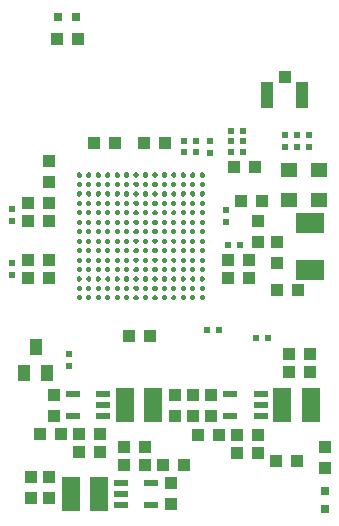
<source format=gbr>
G75*
G70*
%OFA0B0*%
%FSLAX24Y24*%
%IPPOS*%
%LPD*%
%AMOC8*
5,1,8,0,0,1.08239X$1,22.5*
%
%ADD10R,0.0240X0.0230*%
%ADD11R,0.0230X0.0240*%
%ADD12R,0.0400X0.0400*%
%ADD13R,0.0945X0.0709*%
%ADD14R,0.0394X0.0551*%
%ADD15R,0.0315X0.0315*%
%ADD16R,0.0472X0.0217*%
%ADD17R,0.0630X0.1181*%
%ADD18C,0.0126*%
%ADD19R,0.0433X0.0866*%
%ADD20R,0.0394X0.0433*%
%ADD21R,0.0551X0.0472*%
D10*
X013352Y015338D03*
X013752Y015338D03*
X015002Y015088D03*
X015402Y015088D03*
X014452Y018188D03*
X014052Y018188D03*
X014152Y021288D03*
X014152Y021638D03*
X014152Y021988D03*
X014552Y021988D03*
X014552Y021638D03*
X014552Y021288D03*
X013002Y021288D03*
X013002Y021638D03*
X012602Y021638D03*
X012602Y021288D03*
X016352Y021438D03*
X016752Y021438D03*
X016752Y021838D03*
X016352Y021838D03*
D11*
X015952Y021838D03*
X015952Y021438D03*
X014002Y019338D03*
X014002Y018938D03*
X013452Y021258D03*
X013452Y021658D03*
X008752Y014538D03*
X008752Y014138D03*
X006852Y017188D03*
X006852Y017588D03*
X006852Y018988D03*
X006852Y019388D03*
D12*
X007502Y009738D03*
X008102Y009738D03*
X008102Y010438D03*
X007502Y010438D03*
X007802Y011888D03*
X008502Y011888D03*
X008252Y012488D03*
X008252Y013188D03*
X009102Y011888D03*
X009102Y011288D03*
X009802Y011288D03*
X009802Y011888D03*
X010602Y011438D03*
X010602Y010838D03*
X011302Y010838D03*
X011302Y011438D03*
X011902Y010838D03*
X012152Y010238D03*
X012152Y009538D03*
X012602Y010838D03*
X013052Y011838D03*
X012902Y012488D03*
X013502Y012488D03*
X013752Y011838D03*
X014352Y011838D03*
X014352Y011238D03*
X015052Y011238D03*
X015052Y011838D03*
X015652Y010988D03*
X016352Y010988D03*
X017302Y010738D03*
X017302Y011438D03*
X016802Y013938D03*
X016802Y014538D03*
X016102Y014538D03*
X016102Y013938D03*
X016402Y016688D03*
X015702Y016688D03*
X015702Y017588D03*
X015702Y018288D03*
X015052Y018288D03*
X014752Y017688D03*
X014752Y017088D03*
X014052Y017088D03*
X014052Y017688D03*
X015052Y018988D03*
X015202Y019638D03*
X014502Y019638D03*
X014252Y020788D03*
X014952Y020788D03*
X011952Y021588D03*
X011252Y021588D03*
X010302Y021588D03*
X009602Y021588D03*
X008102Y020988D03*
X008102Y020288D03*
X008102Y019588D03*
X008102Y018988D03*
X007402Y018988D03*
X007402Y019588D03*
X007402Y017688D03*
X007402Y017088D03*
X008102Y017088D03*
X008102Y017688D03*
X010752Y015138D03*
X011452Y015138D03*
X012302Y013188D03*
X012302Y012488D03*
X012902Y013188D03*
X013502Y013188D03*
X009052Y025038D03*
X008352Y025038D03*
D13*
X016802Y018926D03*
X016802Y017351D03*
D14*
X008026Y013905D03*
X007652Y014771D03*
X007278Y013905D03*
D15*
X008402Y025788D03*
X009002Y025788D03*
X017302Y009988D03*
X017302Y009388D03*
D16*
X015164Y012464D03*
X015164Y012838D03*
X015164Y013212D03*
X014141Y013212D03*
X014141Y012464D03*
X011514Y010262D03*
X011514Y009514D03*
X010491Y009514D03*
X010491Y009888D03*
X010491Y010262D03*
X009914Y012464D03*
X009914Y012838D03*
X009914Y013212D03*
X008891Y013212D03*
X008891Y012464D03*
D17*
X010630Y012838D03*
X011575Y012838D03*
X009775Y009888D03*
X008830Y009888D03*
X015880Y012838D03*
X016825Y012838D03*
D18*
X013188Y016416D02*
X013190Y016425D01*
X013196Y016432D01*
X013204Y016435D01*
X013212Y016435D01*
X013220Y016432D01*
X013226Y016425D01*
X013228Y016416D01*
X013226Y016407D01*
X013220Y016400D01*
X013212Y016397D01*
X013204Y016397D01*
X013196Y016400D01*
X013190Y016407D01*
X013188Y016416D01*
X012873Y016416D02*
X012875Y016425D01*
X012881Y016432D01*
X012889Y016435D01*
X012897Y016435D01*
X012905Y016432D01*
X012911Y016425D01*
X012913Y016416D01*
X012911Y016407D01*
X012905Y016400D01*
X012897Y016397D01*
X012889Y016397D01*
X012881Y016400D01*
X012875Y016407D01*
X012873Y016416D01*
X012558Y016416D02*
X012560Y016425D01*
X012566Y016432D01*
X012574Y016435D01*
X012582Y016435D01*
X012590Y016432D01*
X012596Y016425D01*
X012598Y016416D01*
X012596Y016407D01*
X012590Y016400D01*
X012582Y016397D01*
X012574Y016397D01*
X012566Y016400D01*
X012560Y016407D01*
X012558Y016416D01*
X012243Y016416D02*
X012245Y016425D01*
X012251Y016432D01*
X012259Y016435D01*
X012267Y016435D01*
X012275Y016432D01*
X012281Y016425D01*
X012283Y016416D01*
X012281Y016407D01*
X012275Y016400D01*
X012267Y016397D01*
X012259Y016397D01*
X012251Y016400D01*
X012245Y016407D01*
X012243Y016416D01*
X011928Y016416D02*
X011930Y016425D01*
X011936Y016432D01*
X011944Y016435D01*
X011952Y016435D01*
X011960Y016432D01*
X011966Y016425D01*
X011968Y016416D01*
X011966Y016407D01*
X011960Y016400D01*
X011952Y016397D01*
X011944Y016397D01*
X011936Y016400D01*
X011930Y016407D01*
X011928Y016416D01*
X011928Y016731D02*
X011930Y016740D01*
X011936Y016747D01*
X011944Y016750D01*
X011952Y016750D01*
X011960Y016747D01*
X011966Y016740D01*
X011968Y016731D01*
X011966Y016722D01*
X011960Y016715D01*
X011952Y016712D01*
X011944Y016712D01*
X011936Y016715D01*
X011930Y016722D01*
X011928Y016731D01*
X011928Y017046D02*
X011930Y017055D01*
X011936Y017062D01*
X011944Y017065D01*
X011952Y017065D01*
X011960Y017062D01*
X011966Y017055D01*
X011968Y017046D01*
X011966Y017037D01*
X011960Y017030D01*
X011952Y017027D01*
X011944Y017027D01*
X011936Y017030D01*
X011930Y017037D01*
X011928Y017046D01*
X011928Y017361D02*
X011930Y017370D01*
X011936Y017377D01*
X011944Y017380D01*
X011952Y017380D01*
X011960Y017377D01*
X011966Y017370D01*
X011968Y017361D01*
X011966Y017352D01*
X011960Y017345D01*
X011952Y017342D01*
X011944Y017342D01*
X011936Y017345D01*
X011930Y017352D01*
X011928Y017361D01*
X011928Y017676D02*
X011930Y017685D01*
X011936Y017692D01*
X011944Y017695D01*
X011952Y017695D01*
X011960Y017692D01*
X011966Y017685D01*
X011968Y017676D01*
X011966Y017667D01*
X011960Y017660D01*
X011952Y017657D01*
X011944Y017657D01*
X011936Y017660D01*
X011930Y017667D01*
X011928Y017676D01*
X011928Y017991D02*
X011930Y018000D01*
X011936Y018007D01*
X011944Y018010D01*
X011952Y018010D01*
X011960Y018007D01*
X011966Y018000D01*
X011968Y017991D01*
X011966Y017982D01*
X011960Y017975D01*
X011952Y017972D01*
X011944Y017972D01*
X011936Y017975D01*
X011930Y017982D01*
X011928Y017991D01*
X011928Y018306D02*
X011930Y018315D01*
X011936Y018322D01*
X011944Y018325D01*
X011952Y018325D01*
X011960Y018322D01*
X011966Y018315D01*
X011968Y018306D01*
X011966Y018297D01*
X011960Y018290D01*
X011952Y018287D01*
X011944Y018287D01*
X011936Y018290D01*
X011930Y018297D01*
X011928Y018306D01*
X011928Y018621D02*
X011930Y018630D01*
X011936Y018637D01*
X011944Y018640D01*
X011952Y018640D01*
X011960Y018637D01*
X011966Y018630D01*
X011968Y018621D01*
X011966Y018612D01*
X011960Y018605D01*
X011952Y018602D01*
X011944Y018602D01*
X011936Y018605D01*
X011930Y018612D01*
X011928Y018621D01*
X011928Y018936D02*
X011930Y018945D01*
X011936Y018952D01*
X011944Y018955D01*
X011952Y018955D01*
X011960Y018952D01*
X011966Y018945D01*
X011968Y018936D01*
X011966Y018927D01*
X011960Y018920D01*
X011952Y018917D01*
X011944Y018917D01*
X011936Y018920D01*
X011930Y018927D01*
X011928Y018936D01*
X011928Y019251D02*
X011930Y019260D01*
X011936Y019267D01*
X011944Y019270D01*
X011952Y019270D01*
X011960Y019267D01*
X011966Y019260D01*
X011968Y019251D01*
X011966Y019242D01*
X011960Y019235D01*
X011952Y019232D01*
X011944Y019232D01*
X011936Y019235D01*
X011930Y019242D01*
X011928Y019251D01*
X011928Y019566D02*
X011930Y019575D01*
X011936Y019582D01*
X011944Y019585D01*
X011952Y019585D01*
X011960Y019582D01*
X011966Y019575D01*
X011968Y019566D01*
X011966Y019557D01*
X011960Y019550D01*
X011952Y019547D01*
X011944Y019547D01*
X011936Y019550D01*
X011930Y019557D01*
X011928Y019566D01*
X011928Y019881D02*
X011930Y019890D01*
X011936Y019897D01*
X011944Y019900D01*
X011952Y019900D01*
X011960Y019897D01*
X011966Y019890D01*
X011968Y019881D01*
X011966Y019872D01*
X011960Y019865D01*
X011952Y019862D01*
X011944Y019862D01*
X011936Y019865D01*
X011930Y019872D01*
X011928Y019881D01*
X011928Y020196D02*
X011930Y020205D01*
X011936Y020212D01*
X011944Y020215D01*
X011952Y020215D01*
X011960Y020212D01*
X011966Y020205D01*
X011968Y020196D01*
X011966Y020187D01*
X011960Y020180D01*
X011952Y020177D01*
X011944Y020177D01*
X011936Y020180D01*
X011930Y020187D01*
X011928Y020196D01*
X011928Y020511D02*
X011930Y020520D01*
X011936Y020527D01*
X011944Y020530D01*
X011952Y020530D01*
X011960Y020527D01*
X011966Y020520D01*
X011968Y020511D01*
X011966Y020502D01*
X011960Y020495D01*
X011952Y020492D01*
X011944Y020492D01*
X011936Y020495D01*
X011930Y020502D01*
X011928Y020511D01*
X012243Y020511D02*
X012245Y020520D01*
X012251Y020527D01*
X012259Y020530D01*
X012267Y020530D01*
X012275Y020527D01*
X012281Y020520D01*
X012283Y020511D01*
X012281Y020502D01*
X012275Y020495D01*
X012267Y020492D01*
X012259Y020492D01*
X012251Y020495D01*
X012245Y020502D01*
X012243Y020511D01*
X012243Y020196D02*
X012245Y020205D01*
X012251Y020212D01*
X012259Y020215D01*
X012267Y020215D01*
X012275Y020212D01*
X012281Y020205D01*
X012283Y020196D01*
X012281Y020187D01*
X012275Y020180D01*
X012267Y020177D01*
X012259Y020177D01*
X012251Y020180D01*
X012245Y020187D01*
X012243Y020196D01*
X012243Y019881D02*
X012245Y019890D01*
X012251Y019897D01*
X012259Y019900D01*
X012267Y019900D01*
X012275Y019897D01*
X012281Y019890D01*
X012283Y019881D01*
X012281Y019872D01*
X012275Y019865D01*
X012267Y019862D01*
X012259Y019862D01*
X012251Y019865D01*
X012245Y019872D01*
X012243Y019881D01*
X012243Y019566D02*
X012245Y019575D01*
X012251Y019582D01*
X012259Y019585D01*
X012267Y019585D01*
X012275Y019582D01*
X012281Y019575D01*
X012283Y019566D01*
X012281Y019557D01*
X012275Y019550D01*
X012267Y019547D01*
X012259Y019547D01*
X012251Y019550D01*
X012245Y019557D01*
X012243Y019566D01*
X012243Y019251D02*
X012245Y019260D01*
X012251Y019267D01*
X012259Y019270D01*
X012267Y019270D01*
X012275Y019267D01*
X012281Y019260D01*
X012283Y019251D01*
X012281Y019242D01*
X012275Y019235D01*
X012267Y019232D01*
X012259Y019232D01*
X012251Y019235D01*
X012245Y019242D01*
X012243Y019251D01*
X012243Y018936D02*
X012245Y018945D01*
X012251Y018952D01*
X012259Y018955D01*
X012267Y018955D01*
X012275Y018952D01*
X012281Y018945D01*
X012283Y018936D01*
X012281Y018927D01*
X012275Y018920D01*
X012267Y018917D01*
X012259Y018917D01*
X012251Y018920D01*
X012245Y018927D01*
X012243Y018936D01*
X012243Y018621D02*
X012245Y018630D01*
X012251Y018637D01*
X012259Y018640D01*
X012267Y018640D01*
X012275Y018637D01*
X012281Y018630D01*
X012283Y018621D01*
X012281Y018612D01*
X012275Y018605D01*
X012267Y018602D01*
X012259Y018602D01*
X012251Y018605D01*
X012245Y018612D01*
X012243Y018621D01*
X012243Y018306D02*
X012245Y018315D01*
X012251Y018322D01*
X012259Y018325D01*
X012267Y018325D01*
X012275Y018322D01*
X012281Y018315D01*
X012283Y018306D01*
X012281Y018297D01*
X012275Y018290D01*
X012267Y018287D01*
X012259Y018287D01*
X012251Y018290D01*
X012245Y018297D01*
X012243Y018306D01*
X012243Y017991D02*
X012245Y018000D01*
X012251Y018007D01*
X012259Y018010D01*
X012267Y018010D01*
X012275Y018007D01*
X012281Y018000D01*
X012283Y017991D01*
X012281Y017982D01*
X012275Y017975D01*
X012267Y017972D01*
X012259Y017972D01*
X012251Y017975D01*
X012245Y017982D01*
X012243Y017991D01*
X012243Y017676D02*
X012245Y017685D01*
X012251Y017692D01*
X012259Y017695D01*
X012267Y017695D01*
X012275Y017692D01*
X012281Y017685D01*
X012283Y017676D01*
X012281Y017667D01*
X012275Y017660D01*
X012267Y017657D01*
X012259Y017657D01*
X012251Y017660D01*
X012245Y017667D01*
X012243Y017676D01*
X012243Y017361D02*
X012245Y017370D01*
X012251Y017377D01*
X012259Y017380D01*
X012267Y017380D01*
X012275Y017377D01*
X012281Y017370D01*
X012283Y017361D01*
X012281Y017352D01*
X012275Y017345D01*
X012267Y017342D01*
X012259Y017342D01*
X012251Y017345D01*
X012245Y017352D01*
X012243Y017361D01*
X012243Y017046D02*
X012245Y017055D01*
X012251Y017062D01*
X012259Y017065D01*
X012267Y017065D01*
X012275Y017062D01*
X012281Y017055D01*
X012283Y017046D01*
X012281Y017037D01*
X012275Y017030D01*
X012267Y017027D01*
X012259Y017027D01*
X012251Y017030D01*
X012245Y017037D01*
X012243Y017046D01*
X012243Y016731D02*
X012245Y016740D01*
X012251Y016747D01*
X012259Y016750D01*
X012267Y016750D01*
X012275Y016747D01*
X012281Y016740D01*
X012283Y016731D01*
X012281Y016722D01*
X012275Y016715D01*
X012267Y016712D01*
X012259Y016712D01*
X012251Y016715D01*
X012245Y016722D01*
X012243Y016731D01*
X012558Y016731D02*
X012560Y016740D01*
X012566Y016747D01*
X012574Y016750D01*
X012582Y016750D01*
X012590Y016747D01*
X012596Y016740D01*
X012598Y016731D01*
X012596Y016722D01*
X012590Y016715D01*
X012582Y016712D01*
X012574Y016712D01*
X012566Y016715D01*
X012560Y016722D01*
X012558Y016731D01*
X012558Y017046D02*
X012560Y017055D01*
X012566Y017062D01*
X012574Y017065D01*
X012582Y017065D01*
X012590Y017062D01*
X012596Y017055D01*
X012598Y017046D01*
X012596Y017037D01*
X012590Y017030D01*
X012582Y017027D01*
X012574Y017027D01*
X012566Y017030D01*
X012560Y017037D01*
X012558Y017046D01*
X012558Y017361D02*
X012560Y017370D01*
X012566Y017377D01*
X012574Y017380D01*
X012582Y017380D01*
X012590Y017377D01*
X012596Y017370D01*
X012598Y017361D01*
X012596Y017352D01*
X012590Y017345D01*
X012582Y017342D01*
X012574Y017342D01*
X012566Y017345D01*
X012560Y017352D01*
X012558Y017361D01*
X012558Y017676D02*
X012560Y017685D01*
X012566Y017692D01*
X012574Y017695D01*
X012582Y017695D01*
X012590Y017692D01*
X012596Y017685D01*
X012598Y017676D01*
X012596Y017667D01*
X012590Y017660D01*
X012582Y017657D01*
X012574Y017657D01*
X012566Y017660D01*
X012560Y017667D01*
X012558Y017676D01*
X012558Y017991D02*
X012560Y018000D01*
X012566Y018007D01*
X012574Y018010D01*
X012582Y018010D01*
X012590Y018007D01*
X012596Y018000D01*
X012598Y017991D01*
X012596Y017982D01*
X012590Y017975D01*
X012582Y017972D01*
X012574Y017972D01*
X012566Y017975D01*
X012560Y017982D01*
X012558Y017991D01*
X012558Y018306D02*
X012560Y018315D01*
X012566Y018322D01*
X012574Y018325D01*
X012582Y018325D01*
X012590Y018322D01*
X012596Y018315D01*
X012598Y018306D01*
X012596Y018297D01*
X012590Y018290D01*
X012582Y018287D01*
X012574Y018287D01*
X012566Y018290D01*
X012560Y018297D01*
X012558Y018306D01*
X012558Y018621D02*
X012560Y018630D01*
X012566Y018637D01*
X012574Y018640D01*
X012582Y018640D01*
X012590Y018637D01*
X012596Y018630D01*
X012598Y018621D01*
X012596Y018612D01*
X012590Y018605D01*
X012582Y018602D01*
X012574Y018602D01*
X012566Y018605D01*
X012560Y018612D01*
X012558Y018621D01*
X012558Y018936D02*
X012560Y018945D01*
X012566Y018952D01*
X012574Y018955D01*
X012582Y018955D01*
X012590Y018952D01*
X012596Y018945D01*
X012598Y018936D01*
X012596Y018927D01*
X012590Y018920D01*
X012582Y018917D01*
X012574Y018917D01*
X012566Y018920D01*
X012560Y018927D01*
X012558Y018936D01*
X012558Y019251D02*
X012560Y019260D01*
X012566Y019267D01*
X012574Y019270D01*
X012582Y019270D01*
X012590Y019267D01*
X012596Y019260D01*
X012598Y019251D01*
X012596Y019242D01*
X012590Y019235D01*
X012582Y019232D01*
X012574Y019232D01*
X012566Y019235D01*
X012560Y019242D01*
X012558Y019251D01*
X012558Y019566D02*
X012560Y019575D01*
X012566Y019582D01*
X012574Y019585D01*
X012582Y019585D01*
X012590Y019582D01*
X012596Y019575D01*
X012598Y019566D01*
X012596Y019557D01*
X012590Y019550D01*
X012582Y019547D01*
X012574Y019547D01*
X012566Y019550D01*
X012560Y019557D01*
X012558Y019566D01*
X012558Y019881D02*
X012560Y019890D01*
X012566Y019897D01*
X012574Y019900D01*
X012582Y019900D01*
X012590Y019897D01*
X012596Y019890D01*
X012598Y019881D01*
X012596Y019872D01*
X012590Y019865D01*
X012582Y019862D01*
X012574Y019862D01*
X012566Y019865D01*
X012560Y019872D01*
X012558Y019881D01*
X012558Y020196D02*
X012560Y020205D01*
X012566Y020212D01*
X012574Y020215D01*
X012582Y020215D01*
X012590Y020212D01*
X012596Y020205D01*
X012598Y020196D01*
X012596Y020187D01*
X012590Y020180D01*
X012582Y020177D01*
X012574Y020177D01*
X012566Y020180D01*
X012560Y020187D01*
X012558Y020196D01*
X012558Y020511D02*
X012560Y020520D01*
X012566Y020527D01*
X012574Y020530D01*
X012582Y020530D01*
X012590Y020527D01*
X012596Y020520D01*
X012598Y020511D01*
X012596Y020502D01*
X012590Y020495D01*
X012582Y020492D01*
X012574Y020492D01*
X012566Y020495D01*
X012560Y020502D01*
X012558Y020511D01*
X012873Y020511D02*
X012875Y020520D01*
X012881Y020527D01*
X012889Y020530D01*
X012897Y020530D01*
X012905Y020527D01*
X012911Y020520D01*
X012913Y020511D01*
X012911Y020502D01*
X012905Y020495D01*
X012897Y020492D01*
X012889Y020492D01*
X012881Y020495D01*
X012875Y020502D01*
X012873Y020511D01*
X012873Y020196D02*
X012875Y020205D01*
X012881Y020212D01*
X012889Y020215D01*
X012897Y020215D01*
X012905Y020212D01*
X012911Y020205D01*
X012913Y020196D01*
X012911Y020187D01*
X012905Y020180D01*
X012897Y020177D01*
X012889Y020177D01*
X012881Y020180D01*
X012875Y020187D01*
X012873Y020196D01*
X012873Y019881D02*
X012875Y019890D01*
X012881Y019897D01*
X012889Y019900D01*
X012897Y019900D01*
X012905Y019897D01*
X012911Y019890D01*
X012913Y019881D01*
X012911Y019872D01*
X012905Y019865D01*
X012897Y019862D01*
X012889Y019862D01*
X012881Y019865D01*
X012875Y019872D01*
X012873Y019881D01*
X012873Y019566D02*
X012875Y019575D01*
X012881Y019582D01*
X012889Y019585D01*
X012897Y019585D01*
X012905Y019582D01*
X012911Y019575D01*
X012913Y019566D01*
X012911Y019557D01*
X012905Y019550D01*
X012897Y019547D01*
X012889Y019547D01*
X012881Y019550D01*
X012875Y019557D01*
X012873Y019566D01*
X012873Y019251D02*
X012875Y019260D01*
X012881Y019267D01*
X012889Y019270D01*
X012897Y019270D01*
X012905Y019267D01*
X012911Y019260D01*
X012913Y019251D01*
X012911Y019242D01*
X012905Y019235D01*
X012897Y019232D01*
X012889Y019232D01*
X012881Y019235D01*
X012875Y019242D01*
X012873Y019251D01*
X012873Y018936D02*
X012875Y018945D01*
X012881Y018952D01*
X012889Y018955D01*
X012897Y018955D01*
X012905Y018952D01*
X012911Y018945D01*
X012913Y018936D01*
X012911Y018927D01*
X012905Y018920D01*
X012897Y018917D01*
X012889Y018917D01*
X012881Y018920D01*
X012875Y018927D01*
X012873Y018936D01*
X012873Y018621D02*
X012875Y018630D01*
X012881Y018637D01*
X012889Y018640D01*
X012897Y018640D01*
X012905Y018637D01*
X012911Y018630D01*
X012913Y018621D01*
X012911Y018612D01*
X012905Y018605D01*
X012897Y018602D01*
X012889Y018602D01*
X012881Y018605D01*
X012875Y018612D01*
X012873Y018621D01*
X012873Y018306D02*
X012875Y018315D01*
X012881Y018322D01*
X012889Y018325D01*
X012897Y018325D01*
X012905Y018322D01*
X012911Y018315D01*
X012913Y018306D01*
X012911Y018297D01*
X012905Y018290D01*
X012897Y018287D01*
X012889Y018287D01*
X012881Y018290D01*
X012875Y018297D01*
X012873Y018306D01*
X012873Y017991D02*
X012875Y018000D01*
X012881Y018007D01*
X012889Y018010D01*
X012897Y018010D01*
X012905Y018007D01*
X012911Y018000D01*
X012913Y017991D01*
X012911Y017982D01*
X012905Y017975D01*
X012897Y017972D01*
X012889Y017972D01*
X012881Y017975D01*
X012875Y017982D01*
X012873Y017991D01*
X012873Y017676D02*
X012875Y017685D01*
X012881Y017692D01*
X012889Y017695D01*
X012897Y017695D01*
X012905Y017692D01*
X012911Y017685D01*
X012913Y017676D01*
X012911Y017667D01*
X012905Y017660D01*
X012897Y017657D01*
X012889Y017657D01*
X012881Y017660D01*
X012875Y017667D01*
X012873Y017676D01*
X012873Y017361D02*
X012875Y017370D01*
X012881Y017377D01*
X012889Y017380D01*
X012897Y017380D01*
X012905Y017377D01*
X012911Y017370D01*
X012913Y017361D01*
X012911Y017352D01*
X012905Y017345D01*
X012897Y017342D01*
X012889Y017342D01*
X012881Y017345D01*
X012875Y017352D01*
X012873Y017361D01*
X012873Y017046D02*
X012875Y017055D01*
X012881Y017062D01*
X012889Y017065D01*
X012897Y017065D01*
X012905Y017062D01*
X012911Y017055D01*
X012913Y017046D01*
X012911Y017037D01*
X012905Y017030D01*
X012897Y017027D01*
X012889Y017027D01*
X012881Y017030D01*
X012875Y017037D01*
X012873Y017046D01*
X012873Y016731D02*
X012875Y016740D01*
X012881Y016747D01*
X012889Y016750D01*
X012897Y016750D01*
X012905Y016747D01*
X012911Y016740D01*
X012913Y016731D01*
X012911Y016722D01*
X012905Y016715D01*
X012897Y016712D01*
X012889Y016712D01*
X012881Y016715D01*
X012875Y016722D01*
X012873Y016731D01*
X013188Y016731D02*
X013190Y016740D01*
X013196Y016747D01*
X013204Y016750D01*
X013212Y016750D01*
X013220Y016747D01*
X013226Y016740D01*
X013228Y016731D01*
X013226Y016722D01*
X013220Y016715D01*
X013212Y016712D01*
X013204Y016712D01*
X013196Y016715D01*
X013190Y016722D01*
X013188Y016731D01*
X013188Y017046D02*
X013190Y017055D01*
X013196Y017062D01*
X013204Y017065D01*
X013212Y017065D01*
X013220Y017062D01*
X013226Y017055D01*
X013228Y017046D01*
X013226Y017037D01*
X013220Y017030D01*
X013212Y017027D01*
X013204Y017027D01*
X013196Y017030D01*
X013190Y017037D01*
X013188Y017046D01*
X013188Y017361D02*
X013190Y017370D01*
X013196Y017377D01*
X013204Y017380D01*
X013212Y017380D01*
X013220Y017377D01*
X013226Y017370D01*
X013228Y017361D01*
X013226Y017352D01*
X013220Y017345D01*
X013212Y017342D01*
X013204Y017342D01*
X013196Y017345D01*
X013190Y017352D01*
X013188Y017361D01*
X013188Y017676D02*
X013190Y017685D01*
X013196Y017692D01*
X013204Y017695D01*
X013212Y017695D01*
X013220Y017692D01*
X013226Y017685D01*
X013228Y017676D01*
X013226Y017667D01*
X013220Y017660D01*
X013212Y017657D01*
X013204Y017657D01*
X013196Y017660D01*
X013190Y017667D01*
X013188Y017676D01*
X013188Y017991D02*
X013190Y018000D01*
X013196Y018007D01*
X013204Y018010D01*
X013212Y018010D01*
X013220Y018007D01*
X013226Y018000D01*
X013228Y017991D01*
X013226Y017982D01*
X013220Y017975D01*
X013212Y017972D01*
X013204Y017972D01*
X013196Y017975D01*
X013190Y017982D01*
X013188Y017991D01*
X013188Y018306D02*
X013190Y018315D01*
X013196Y018322D01*
X013204Y018325D01*
X013212Y018325D01*
X013220Y018322D01*
X013226Y018315D01*
X013228Y018306D01*
X013226Y018297D01*
X013220Y018290D01*
X013212Y018287D01*
X013204Y018287D01*
X013196Y018290D01*
X013190Y018297D01*
X013188Y018306D01*
X013188Y018621D02*
X013190Y018630D01*
X013196Y018637D01*
X013204Y018640D01*
X013212Y018640D01*
X013220Y018637D01*
X013226Y018630D01*
X013228Y018621D01*
X013226Y018612D01*
X013220Y018605D01*
X013212Y018602D01*
X013204Y018602D01*
X013196Y018605D01*
X013190Y018612D01*
X013188Y018621D01*
X013188Y018936D02*
X013190Y018945D01*
X013196Y018952D01*
X013204Y018955D01*
X013212Y018955D01*
X013220Y018952D01*
X013226Y018945D01*
X013228Y018936D01*
X013226Y018927D01*
X013220Y018920D01*
X013212Y018917D01*
X013204Y018917D01*
X013196Y018920D01*
X013190Y018927D01*
X013188Y018936D01*
X013188Y019251D02*
X013190Y019260D01*
X013196Y019267D01*
X013204Y019270D01*
X013212Y019270D01*
X013220Y019267D01*
X013226Y019260D01*
X013228Y019251D01*
X013226Y019242D01*
X013220Y019235D01*
X013212Y019232D01*
X013204Y019232D01*
X013196Y019235D01*
X013190Y019242D01*
X013188Y019251D01*
X013188Y019566D02*
X013190Y019575D01*
X013196Y019582D01*
X013204Y019585D01*
X013212Y019585D01*
X013220Y019582D01*
X013226Y019575D01*
X013228Y019566D01*
X013226Y019557D01*
X013220Y019550D01*
X013212Y019547D01*
X013204Y019547D01*
X013196Y019550D01*
X013190Y019557D01*
X013188Y019566D01*
X013188Y019881D02*
X013190Y019890D01*
X013196Y019897D01*
X013204Y019900D01*
X013212Y019900D01*
X013220Y019897D01*
X013226Y019890D01*
X013228Y019881D01*
X013226Y019872D01*
X013220Y019865D01*
X013212Y019862D01*
X013204Y019862D01*
X013196Y019865D01*
X013190Y019872D01*
X013188Y019881D01*
X013188Y020196D02*
X013190Y020205D01*
X013196Y020212D01*
X013204Y020215D01*
X013212Y020215D01*
X013220Y020212D01*
X013226Y020205D01*
X013228Y020196D01*
X013226Y020187D01*
X013220Y020180D01*
X013212Y020177D01*
X013204Y020177D01*
X013196Y020180D01*
X013190Y020187D01*
X013188Y020196D01*
X013188Y020511D02*
X013190Y020520D01*
X013196Y020527D01*
X013204Y020530D01*
X013212Y020530D01*
X013220Y020527D01*
X013226Y020520D01*
X013228Y020511D01*
X013226Y020502D01*
X013220Y020495D01*
X013212Y020492D01*
X013204Y020492D01*
X013196Y020495D01*
X013190Y020502D01*
X013188Y020511D01*
X011613Y020511D02*
X011615Y020520D01*
X011621Y020527D01*
X011629Y020530D01*
X011637Y020530D01*
X011645Y020527D01*
X011651Y020520D01*
X011653Y020511D01*
X011651Y020502D01*
X011645Y020495D01*
X011637Y020492D01*
X011629Y020492D01*
X011621Y020495D01*
X011615Y020502D01*
X011613Y020511D01*
X011298Y020511D02*
X011300Y020520D01*
X011306Y020527D01*
X011314Y020530D01*
X011322Y020530D01*
X011330Y020527D01*
X011336Y020520D01*
X011338Y020511D01*
X011336Y020502D01*
X011330Y020495D01*
X011322Y020492D01*
X011314Y020492D01*
X011306Y020495D01*
X011300Y020502D01*
X011298Y020511D01*
X010983Y020511D02*
X010985Y020520D01*
X010991Y020527D01*
X010999Y020530D01*
X011007Y020530D01*
X011015Y020527D01*
X011021Y020520D01*
X011023Y020511D01*
X011021Y020502D01*
X011015Y020495D01*
X011007Y020492D01*
X010999Y020492D01*
X010991Y020495D01*
X010985Y020502D01*
X010983Y020511D01*
X010983Y020196D02*
X010985Y020205D01*
X010991Y020212D01*
X010999Y020215D01*
X011007Y020215D01*
X011015Y020212D01*
X011021Y020205D01*
X011023Y020196D01*
X011021Y020187D01*
X011015Y020180D01*
X011007Y020177D01*
X010999Y020177D01*
X010991Y020180D01*
X010985Y020187D01*
X010983Y020196D01*
X010983Y019881D02*
X010985Y019890D01*
X010991Y019897D01*
X010999Y019900D01*
X011007Y019900D01*
X011015Y019897D01*
X011021Y019890D01*
X011023Y019881D01*
X011021Y019872D01*
X011015Y019865D01*
X011007Y019862D01*
X010999Y019862D01*
X010991Y019865D01*
X010985Y019872D01*
X010983Y019881D01*
X010983Y019566D02*
X010985Y019575D01*
X010991Y019582D01*
X010999Y019585D01*
X011007Y019585D01*
X011015Y019582D01*
X011021Y019575D01*
X011023Y019566D01*
X011021Y019557D01*
X011015Y019550D01*
X011007Y019547D01*
X010999Y019547D01*
X010991Y019550D01*
X010985Y019557D01*
X010983Y019566D01*
X010983Y019251D02*
X010985Y019260D01*
X010991Y019267D01*
X010999Y019270D01*
X011007Y019270D01*
X011015Y019267D01*
X011021Y019260D01*
X011023Y019251D01*
X011021Y019242D01*
X011015Y019235D01*
X011007Y019232D01*
X010999Y019232D01*
X010991Y019235D01*
X010985Y019242D01*
X010983Y019251D01*
X010983Y018936D02*
X010985Y018945D01*
X010991Y018952D01*
X010999Y018955D01*
X011007Y018955D01*
X011015Y018952D01*
X011021Y018945D01*
X011023Y018936D01*
X011021Y018927D01*
X011015Y018920D01*
X011007Y018917D01*
X010999Y018917D01*
X010991Y018920D01*
X010985Y018927D01*
X010983Y018936D01*
X010983Y018621D02*
X010985Y018630D01*
X010991Y018637D01*
X010999Y018640D01*
X011007Y018640D01*
X011015Y018637D01*
X011021Y018630D01*
X011023Y018621D01*
X011021Y018612D01*
X011015Y018605D01*
X011007Y018602D01*
X010999Y018602D01*
X010991Y018605D01*
X010985Y018612D01*
X010983Y018621D01*
X010983Y018306D02*
X010985Y018315D01*
X010991Y018322D01*
X010999Y018325D01*
X011007Y018325D01*
X011015Y018322D01*
X011021Y018315D01*
X011023Y018306D01*
X011021Y018297D01*
X011015Y018290D01*
X011007Y018287D01*
X010999Y018287D01*
X010991Y018290D01*
X010985Y018297D01*
X010983Y018306D01*
X010983Y017991D02*
X010985Y018000D01*
X010991Y018007D01*
X010999Y018010D01*
X011007Y018010D01*
X011015Y018007D01*
X011021Y018000D01*
X011023Y017991D01*
X011021Y017982D01*
X011015Y017975D01*
X011007Y017972D01*
X010999Y017972D01*
X010991Y017975D01*
X010985Y017982D01*
X010983Y017991D01*
X010983Y017676D02*
X010985Y017685D01*
X010991Y017692D01*
X010999Y017695D01*
X011007Y017695D01*
X011015Y017692D01*
X011021Y017685D01*
X011023Y017676D01*
X011021Y017667D01*
X011015Y017660D01*
X011007Y017657D01*
X010999Y017657D01*
X010991Y017660D01*
X010985Y017667D01*
X010983Y017676D01*
X010983Y017361D02*
X010985Y017370D01*
X010991Y017377D01*
X010999Y017380D01*
X011007Y017380D01*
X011015Y017377D01*
X011021Y017370D01*
X011023Y017361D01*
X011021Y017352D01*
X011015Y017345D01*
X011007Y017342D01*
X010999Y017342D01*
X010991Y017345D01*
X010985Y017352D01*
X010983Y017361D01*
X010983Y017046D02*
X010985Y017055D01*
X010991Y017062D01*
X010999Y017065D01*
X011007Y017065D01*
X011015Y017062D01*
X011021Y017055D01*
X011023Y017046D01*
X011021Y017037D01*
X011015Y017030D01*
X011007Y017027D01*
X010999Y017027D01*
X010991Y017030D01*
X010985Y017037D01*
X010983Y017046D01*
X010983Y016731D02*
X010985Y016740D01*
X010991Y016747D01*
X010999Y016750D01*
X011007Y016750D01*
X011015Y016747D01*
X011021Y016740D01*
X011023Y016731D01*
X011021Y016722D01*
X011015Y016715D01*
X011007Y016712D01*
X010999Y016712D01*
X010991Y016715D01*
X010985Y016722D01*
X010983Y016731D01*
X010983Y016416D02*
X010985Y016425D01*
X010991Y016432D01*
X010999Y016435D01*
X011007Y016435D01*
X011015Y016432D01*
X011021Y016425D01*
X011023Y016416D01*
X011021Y016407D01*
X011015Y016400D01*
X011007Y016397D01*
X010999Y016397D01*
X010991Y016400D01*
X010985Y016407D01*
X010983Y016416D01*
X011298Y016416D02*
X011300Y016425D01*
X011306Y016432D01*
X011314Y016435D01*
X011322Y016435D01*
X011330Y016432D01*
X011336Y016425D01*
X011338Y016416D01*
X011336Y016407D01*
X011330Y016400D01*
X011322Y016397D01*
X011314Y016397D01*
X011306Y016400D01*
X011300Y016407D01*
X011298Y016416D01*
X011298Y016731D02*
X011300Y016740D01*
X011306Y016747D01*
X011314Y016750D01*
X011322Y016750D01*
X011330Y016747D01*
X011336Y016740D01*
X011338Y016731D01*
X011336Y016722D01*
X011330Y016715D01*
X011322Y016712D01*
X011314Y016712D01*
X011306Y016715D01*
X011300Y016722D01*
X011298Y016731D01*
X011298Y017046D02*
X011300Y017055D01*
X011306Y017062D01*
X011314Y017065D01*
X011322Y017065D01*
X011330Y017062D01*
X011336Y017055D01*
X011338Y017046D01*
X011336Y017037D01*
X011330Y017030D01*
X011322Y017027D01*
X011314Y017027D01*
X011306Y017030D01*
X011300Y017037D01*
X011298Y017046D01*
X011298Y017361D02*
X011300Y017370D01*
X011306Y017377D01*
X011314Y017380D01*
X011322Y017380D01*
X011330Y017377D01*
X011336Y017370D01*
X011338Y017361D01*
X011336Y017352D01*
X011330Y017345D01*
X011322Y017342D01*
X011314Y017342D01*
X011306Y017345D01*
X011300Y017352D01*
X011298Y017361D01*
X011298Y017676D02*
X011300Y017685D01*
X011306Y017692D01*
X011314Y017695D01*
X011322Y017695D01*
X011330Y017692D01*
X011336Y017685D01*
X011338Y017676D01*
X011336Y017667D01*
X011330Y017660D01*
X011322Y017657D01*
X011314Y017657D01*
X011306Y017660D01*
X011300Y017667D01*
X011298Y017676D01*
X011298Y017991D02*
X011300Y018000D01*
X011306Y018007D01*
X011314Y018010D01*
X011322Y018010D01*
X011330Y018007D01*
X011336Y018000D01*
X011338Y017991D01*
X011336Y017982D01*
X011330Y017975D01*
X011322Y017972D01*
X011314Y017972D01*
X011306Y017975D01*
X011300Y017982D01*
X011298Y017991D01*
X011298Y018306D02*
X011300Y018315D01*
X011306Y018322D01*
X011314Y018325D01*
X011322Y018325D01*
X011330Y018322D01*
X011336Y018315D01*
X011338Y018306D01*
X011336Y018297D01*
X011330Y018290D01*
X011322Y018287D01*
X011314Y018287D01*
X011306Y018290D01*
X011300Y018297D01*
X011298Y018306D01*
X011298Y018621D02*
X011300Y018630D01*
X011306Y018637D01*
X011314Y018640D01*
X011322Y018640D01*
X011330Y018637D01*
X011336Y018630D01*
X011338Y018621D01*
X011336Y018612D01*
X011330Y018605D01*
X011322Y018602D01*
X011314Y018602D01*
X011306Y018605D01*
X011300Y018612D01*
X011298Y018621D01*
X011298Y018936D02*
X011300Y018945D01*
X011306Y018952D01*
X011314Y018955D01*
X011322Y018955D01*
X011330Y018952D01*
X011336Y018945D01*
X011338Y018936D01*
X011336Y018927D01*
X011330Y018920D01*
X011322Y018917D01*
X011314Y018917D01*
X011306Y018920D01*
X011300Y018927D01*
X011298Y018936D01*
X011298Y019251D02*
X011300Y019260D01*
X011306Y019267D01*
X011314Y019270D01*
X011322Y019270D01*
X011330Y019267D01*
X011336Y019260D01*
X011338Y019251D01*
X011336Y019242D01*
X011330Y019235D01*
X011322Y019232D01*
X011314Y019232D01*
X011306Y019235D01*
X011300Y019242D01*
X011298Y019251D01*
X011298Y019566D02*
X011300Y019575D01*
X011306Y019582D01*
X011314Y019585D01*
X011322Y019585D01*
X011330Y019582D01*
X011336Y019575D01*
X011338Y019566D01*
X011336Y019557D01*
X011330Y019550D01*
X011322Y019547D01*
X011314Y019547D01*
X011306Y019550D01*
X011300Y019557D01*
X011298Y019566D01*
X011298Y019881D02*
X011300Y019890D01*
X011306Y019897D01*
X011314Y019900D01*
X011322Y019900D01*
X011330Y019897D01*
X011336Y019890D01*
X011338Y019881D01*
X011336Y019872D01*
X011330Y019865D01*
X011322Y019862D01*
X011314Y019862D01*
X011306Y019865D01*
X011300Y019872D01*
X011298Y019881D01*
X011298Y020196D02*
X011300Y020205D01*
X011306Y020212D01*
X011314Y020215D01*
X011322Y020215D01*
X011330Y020212D01*
X011336Y020205D01*
X011338Y020196D01*
X011336Y020187D01*
X011330Y020180D01*
X011322Y020177D01*
X011314Y020177D01*
X011306Y020180D01*
X011300Y020187D01*
X011298Y020196D01*
X011613Y020196D02*
X011615Y020205D01*
X011621Y020212D01*
X011629Y020215D01*
X011637Y020215D01*
X011645Y020212D01*
X011651Y020205D01*
X011653Y020196D01*
X011651Y020187D01*
X011645Y020180D01*
X011637Y020177D01*
X011629Y020177D01*
X011621Y020180D01*
X011615Y020187D01*
X011613Y020196D01*
X011613Y019881D02*
X011615Y019890D01*
X011621Y019897D01*
X011629Y019900D01*
X011637Y019900D01*
X011645Y019897D01*
X011651Y019890D01*
X011653Y019881D01*
X011651Y019872D01*
X011645Y019865D01*
X011637Y019862D01*
X011629Y019862D01*
X011621Y019865D01*
X011615Y019872D01*
X011613Y019881D01*
X011613Y019566D02*
X011615Y019575D01*
X011621Y019582D01*
X011629Y019585D01*
X011637Y019585D01*
X011645Y019582D01*
X011651Y019575D01*
X011653Y019566D01*
X011651Y019557D01*
X011645Y019550D01*
X011637Y019547D01*
X011629Y019547D01*
X011621Y019550D01*
X011615Y019557D01*
X011613Y019566D01*
X011613Y019251D02*
X011615Y019260D01*
X011621Y019267D01*
X011629Y019270D01*
X011637Y019270D01*
X011645Y019267D01*
X011651Y019260D01*
X011653Y019251D01*
X011651Y019242D01*
X011645Y019235D01*
X011637Y019232D01*
X011629Y019232D01*
X011621Y019235D01*
X011615Y019242D01*
X011613Y019251D01*
X011613Y018936D02*
X011615Y018945D01*
X011621Y018952D01*
X011629Y018955D01*
X011637Y018955D01*
X011645Y018952D01*
X011651Y018945D01*
X011653Y018936D01*
X011651Y018927D01*
X011645Y018920D01*
X011637Y018917D01*
X011629Y018917D01*
X011621Y018920D01*
X011615Y018927D01*
X011613Y018936D01*
X011613Y018621D02*
X011615Y018630D01*
X011621Y018637D01*
X011629Y018640D01*
X011637Y018640D01*
X011645Y018637D01*
X011651Y018630D01*
X011653Y018621D01*
X011651Y018612D01*
X011645Y018605D01*
X011637Y018602D01*
X011629Y018602D01*
X011621Y018605D01*
X011615Y018612D01*
X011613Y018621D01*
X011613Y018306D02*
X011615Y018315D01*
X011621Y018322D01*
X011629Y018325D01*
X011637Y018325D01*
X011645Y018322D01*
X011651Y018315D01*
X011653Y018306D01*
X011651Y018297D01*
X011645Y018290D01*
X011637Y018287D01*
X011629Y018287D01*
X011621Y018290D01*
X011615Y018297D01*
X011613Y018306D01*
X011613Y017991D02*
X011615Y018000D01*
X011621Y018007D01*
X011629Y018010D01*
X011637Y018010D01*
X011645Y018007D01*
X011651Y018000D01*
X011653Y017991D01*
X011651Y017982D01*
X011645Y017975D01*
X011637Y017972D01*
X011629Y017972D01*
X011621Y017975D01*
X011615Y017982D01*
X011613Y017991D01*
X011613Y017676D02*
X011615Y017685D01*
X011621Y017692D01*
X011629Y017695D01*
X011637Y017695D01*
X011645Y017692D01*
X011651Y017685D01*
X011653Y017676D01*
X011651Y017667D01*
X011645Y017660D01*
X011637Y017657D01*
X011629Y017657D01*
X011621Y017660D01*
X011615Y017667D01*
X011613Y017676D01*
X011613Y017361D02*
X011615Y017370D01*
X011621Y017377D01*
X011629Y017380D01*
X011637Y017380D01*
X011645Y017377D01*
X011651Y017370D01*
X011653Y017361D01*
X011651Y017352D01*
X011645Y017345D01*
X011637Y017342D01*
X011629Y017342D01*
X011621Y017345D01*
X011615Y017352D01*
X011613Y017361D01*
X011613Y017046D02*
X011615Y017055D01*
X011621Y017062D01*
X011629Y017065D01*
X011637Y017065D01*
X011645Y017062D01*
X011651Y017055D01*
X011653Y017046D01*
X011651Y017037D01*
X011645Y017030D01*
X011637Y017027D01*
X011629Y017027D01*
X011621Y017030D01*
X011615Y017037D01*
X011613Y017046D01*
X011613Y016731D02*
X011615Y016740D01*
X011621Y016747D01*
X011629Y016750D01*
X011637Y016750D01*
X011645Y016747D01*
X011651Y016740D01*
X011653Y016731D01*
X011651Y016722D01*
X011645Y016715D01*
X011637Y016712D01*
X011629Y016712D01*
X011621Y016715D01*
X011615Y016722D01*
X011613Y016731D01*
X011613Y016416D02*
X011615Y016425D01*
X011621Y016432D01*
X011629Y016435D01*
X011637Y016435D01*
X011645Y016432D01*
X011651Y016425D01*
X011653Y016416D01*
X011651Y016407D01*
X011645Y016400D01*
X011637Y016397D01*
X011629Y016397D01*
X011621Y016400D01*
X011615Y016407D01*
X011613Y016416D01*
X010668Y016416D02*
X010670Y016425D01*
X010676Y016432D01*
X010684Y016435D01*
X010692Y016435D01*
X010700Y016432D01*
X010706Y016425D01*
X010708Y016416D01*
X010706Y016407D01*
X010700Y016400D01*
X010692Y016397D01*
X010684Y016397D01*
X010676Y016400D01*
X010670Y016407D01*
X010668Y016416D01*
X010353Y016416D02*
X010355Y016425D01*
X010361Y016432D01*
X010369Y016435D01*
X010377Y016435D01*
X010385Y016432D01*
X010391Y016425D01*
X010393Y016416D01*
X010391Y016407D01*
X010385Y016400D01*
X010377Y016397D01*
X010369Y016397D01*
X010361Y016400D01*
X010355Y016407D01*
X010353Y016416D01*
X010038Y016416D02*
X010040Y016425D01*
X010046Y016432D01*
X010054Y016435D01*
X010062Y016435D01*
X010070Y016432D01*
X010076Y016425D01*
X010078Y016416D01*
X010076Y016407D01*
X010070Y016400D01*
X010062Y016397D01*
X010054Y016397D01*
X010046Y016400D01*
X010040Y016407D01*
X010038Y016416D01*
X009723Y016416D02*
X009725Y016425D01*
X009731Y016432D01*
X009739Y016435D01*
X009747Y016435D01*
X009755Y016432D01*
X009761Y016425D01*
X009763Y016416D01*
X009761Y016407D01*
X009755Y016400D01*
X009747Y016397D01*
X009739Y016397D01*
X009731Y016400D01*
X009725Y016407D01*
X009723Y016416D01*
X009723Y016731D02*
X009725Y016740D01*
X009731Y016747D01*
X009739Y016750D01*
X009747Y016750D01*
X009755Y016747D01*
X009761Y016740D01*
X009763Y016731D01*
X009761Y016722D01*
X009755Y016715D01*
X009747Y016712D01*
X009739Y016712D01*
X009731Y016715D01*
X009725Y016722D01*
X009723Y016731D01*
X009723Y017046D02*
X009725Y017055D01*
X009731Y017062D01*
X009739Y017065D01*
X009747Y017065D01*
X009755Y017062D01*
X009761Y017055D01*
X009763Y017046D01*
X009761Y017037D01*
X009755Y017030D01*
X009747Y017027D01*
X009739Y017027D01*
X009731Y017030D01*
X009725Y017037D01*
X009723Y017046D01*
X009723Y017361D02*
X009725Y017370D01*
X009731Y017377D01*
X009739Y017380D01*
X009747Y017380D01*
X009755Y017377D01*
X009761Y017370D01*
X009763Y017361D01*
X009761Y017352D01*
X009755Y017345D01*
X009747Y017342D01*
X009739Y017342D01*
X009731Y017345D01*
X009725Y017352D01*
X009723Y017361D01*
X009723Y017676D02*
X009725Y017685D01*
X009731Y017692D01*
X009739Y017695D01*
X009747Y017695D01*
X009755Y017692D01*
X009761Y017685D01*
X009763Y017676D01*
X009761Y017667D01*
X009755Y017660D01*
X009747Y017657D01*
X009739Y017657D01*
X009731Y017660D01*
X009725Y017667D01*
X009723Y017676D01*
X009723Y017991D02*
X009725Y018000D01*
X009731Y018007D01*
X009739Y018010D01*
X009747Y018010D01*
X009755Y018007D01*
X009761Y018000D01*
X009763Y017991D01*
X009761Y017982D01*
X009755Y017975D01*
X009747Y017972D01*
X009739Y017972D01*
X009731Y017975D01*
X009725Y017982D01*
X009723Y017991D01*
X009723Y018306D02*
X009725Y018315D01*
X009731Y018322D01*
X009739Y018325D01*
X009747Y018325D01*
X009755Y018322D01*
X009761Y018315D01*
X009763Y018306D01*
X009761Y018297D01*
X009755Y018290D01*
X009747Y018287D01*
X009739Y018287D01*
X009731Y018290D01*
X009725Y018297D01*
X009723Y018306D01*
X009723Y018621D02*
X009725Y018630D01*
X009731Y018637D01*
X009739Y018640D01*
X009747Y018640D01*
X009755Y018637D01*
X009761Y018630D01*
X009763Y018621D01*
X009761Y018612D01*
X009755Y018605D01*
X009747Y018602D01*
X009739Y018602D01*
X009731Y018605D01*
X009725Y018612D01*
X009723Y018621D01*
X009723Y018936D02*
X009725Y018945D01*
X009731Y018952D01*
X009739Y018955D01*
X009747Y018955D01*
X009755Y018952D01*
X009761Y018945D01*
X009763Y018936D01*
X009761Y018927D01*
X009755Y018920D01*
X009747Y018917D01*
X009739Y018917D01*
X009731Y018920D01*
X009725Y018927D01*
X009723Y018936D01*
X009723Y019251D02*
X009725Y019260D01*
X009731Y019267D01*
X009739Y019270D01*
X009747Y019270D01*
X009755Y019267D01*
X009761Y019260D01*
X009763Y019251D01*
X009761Y019242D01*
X009755Y019235D01*
X009747Y019232D01*
X009739Y019232D01*
X009731Y019235D01*
X009725Y019242D01*
X009723Y019251D01*
X009723Y019566D02*
X009725Y019575D01*
X009731Y019582D01*
X009739Y019585D01*
X009747Y019585D01*
X009755Y019582D01*
X009761Y019575D01*
X009763Y019566D01*
X009761Y019557D01*
X009755Y019550D01*
X009747Y019547D01*
X009739Y019547D01*
X009731Y019550D01*
X009725Y019557D01*
X009723Y019566D01*
X009723Y019881D02*
X009725Y019890D01*
X009731Y019897D01*
X009739Y019900D01*
X009747Y019900D01*
X009755Y019897D01*
X009761Y019890D01*
X009763Y019881D01*
X009761Y019872D01*
X009755Y019865D01*
X009747Y019862D01*
X009739Y019862D01*
X009731Y019865D01*
X009725Y019872D01*
X009723Y019881D01*
X009723Y020196D02*
X009725Y020205D01*
X009731Y020212D01*
X009739Y020215D01*
X009747Y020215D01*
X009755Y020212D01*
X009761Y020205D01*
X009763Y020196D01*
X009761Y020187D01*
X009755Y020180D01*
X009747Y020177D01*
X009739Y020177D01*
X009731Y020180D01*
X009725Y020187D01*
X009723Y020196D01*
X009723Y020511D02*
X009725Y020520D01*
X009731Y020527D01*
X009739Y020530D01*
X009747Y020530D01*
X009755Y020527D01*
X009761Y020520D01*
X009763Y020511D01*
X009761Y020502D01*
X009755Y020495D01*
X009747Y020492D01*
X009739Y020492D01*
X009731Y020495D01*
X009725Y020502D01*
X009723Y020511D01*
X010038Y020511D02*
X010040Y020520D01*
X010046Y020527D01*
X010054Y020530D01*
X010062Y020530D01*
X010070Y020527D01*
X010076Y020520D01*
X010078Y020511D01*
X010076Y020502D01*
X010070Y020495D01*
X010062Y020492D01*
X010054Y020492D01*
X010046Y020495D01*
X010040Y020502D01*
X010038Y020511D01*
X010038Y020196D02*
X010040Y020205D01*
X010046Y020212D01*
X010054Y020215D01*
X010062Y020215D01*
X010070Y020212D01*
X010076Y020205D01*
X010078Y020196D01*
X010076Y020187D01*
X010070Y020180D01*
X010062Y020177D01*
X010054Y020177D01*
X010046Y020180D01*
X010040Y020187D01*
X010038Y020196D01*
X010038Y019881D02*
X010040Y019890D01*
X010046Y019897D01*
X010054Y019900D01*
X010062Y019900D01*
X010070Y019897D01*
X010076Y019890D01*
X010078Y019881D01*
X010076Y019872D01*
X010070Y019865D01*
X010062Y019862D01*
X010054Y019862D01*
X010046Y019865D01*
X010040Y019872D01*
X010038Y019881D01*
X010038Y019566D02*
X010040Y019575D01*
X010046Y019582D01*
X010054Y019585D01*
X010062Y019585D01*
X010070Y019582D01*
X010076Y019575D01*
X010078Y019566D01*
X010076Y019557D01*
X010070Y019550D01*
X010062Y019547D01*
X010054Y019547D01*
X010046Y019550D01*
X010040Y019557D01*
X010038Y019566D01*
X010038Y019251D02*
X010040Y019260D01*
X010046Y019267D01*
X010054Y019270D01*
X010062Y019270D01*
X010070Y019267D01*
X010076Y019260D01*
X010078Y019251D01*
X010076Y019242D01*
X010070Y019235D01*
X010062Y019232D01*
X010054Y019232D01*
X010046Y019235D01*
X010040Y019242D01*
X010038Y019251D01*
X010038Y018936D02*
X010040Y018945D01*
X010046Y018952D01*
X010054Y018955D01*
X010062Y018955D01*
X010070Y018952D01*
X010076Y018945D01*
X010078Y018936D01*
X010076Y018927D01*
X010070Y018920D01*
X010062Y018917D01*
X010054Y018917D01*
X010046Y018920D01*
X010040Y018927D01*
X010038Y018936D01*
X010038Y018621D02*
X010040Y018630D01*
X010046Y018637D01*
X010054Y018640D01*
X010062Y018640D01*
X010070Y018637D01*
X010076Y018630D01*
X010078Y018621D01*
X010076Y018612D01*
X010070Y018605D01*
X010062Y018602D01*
X010054Y018602D01*
X010046Y018605D01*
X010040Y018612D01*
X010038Y018621D01*
X010038Y018306D02*
X010040Y018315D01*
X010046Y018322D01*
X010054Y018325D01*
X010062Y018325D01*
X010070Y018322D01*
X010076Y018315D01*
X010078Y018306D01*
X010076Y018297D01*
X010070Y018290D01*
X010062Y018287D01*
X010054Y018287D01*
X010046Y018290D01*
X010040Y018297D01*
X010038Y018306D01*
X010038Y017991D02*
X010040Y018000D01*
X010046Y018007D01*
X010054Y018010D01*
X010062Y018010D01*
X010070Y018007D01*
X010076Y018000D01*
X010078Y017991D01*
X010076Y017982D01*
X010070Y017975D01*
X010062Y017972D01*
X010054Y017972D01*
X010046Y017975D01*
X010040Y017982D01*
X010038Y017991D01*
X010038Y017676D02*
X010040Y017685D01*
X010046Y017692D01*
X010054Y017695D01*
X010062Y017695D01*
X010070Y017692D01*
X010076Y017685D01*
X010078Y017676D01*
X010076Y017667D01*
X010070Y017660D01*
X010062Y017657D01*
X010054Y017657D01*
X010046Y017660D01*
X010040Y017667D01*
X010038Y017676D01*
X010038Y017361D02*
X010040Y017370D01*
X010046Y017377D01*
X010054Y017380D01*
X010062Y017380D01*
X010070Y017377D01*
X010076Y017370D01*
X010078Y017361D01*
X010076Y017352D01*
X010070Y017345D01*
X010062Y017342D01*
X010054Y017342D01*
X010046Y017345D01*
X010040Y017352D01*
X010038Y017361D01*
X010038Y017046D02*
X010040Y017055D01*
X010046Y017062D01*
X010054Y017065D01*
X010062Y017065D01*
X010070Y017062D01*
X010076Y017055D01*
X010078Y017046D01*
X010076Y017037D01*
X010070Y017030D01*
X010062Y017027D01*
X010054Y017027D01*
X010046Y017030D01*
X010040Y017037D01*
X010038Y017046D01*
X010038Y016731D02*
X010040Y016740D01*
X010046Y016747D01*
X010054Y016750D01*
X010062Y016750D01*
X010070Y016747D01*
X010076Y016740D01*
X010078Y016731D01*
X010076Y016722D01*
X010070Y016715D01*
X010062Y016712D01*
X010054Y016712D01*
X010046Y016715D01*
X010040Y016722D01*
X010038Y016731D01*
X010353Y016731D02*
X010355Y016740D01*
X010361Y016747D01*
X010369Y016750D01*
X010377Y016750D01*
X010385Y016747D01*
X010391Y016740D01*
X010393Y016731D01*
X010391Y016722D01*
X010385Y016715D01*
X010377Y016712D01*
X010369Y016712D01*
X010361Y016715D01*
X010355Y016722D01*
X010353Y016731D01*
X010353Y017046D02*
X010355Y017055D01*
X010361Y017062D01*
X010369Y017065D01*
X010377Y017065D01*
X010385Y017062D01*
X010391Y017055D01*
X010393Y017046D01*
X010391Y017037D01*
X010385Y017030D01*
X010377Y017027D01*
X010369Y017027D01*
X010361Y017030D01*
X010355Y017037D01*
X010353Y017046D01*
X010353Y017361D02*
X010355Y017370D01*
X010361Y017377D01*
X010369Y017380D01*
X010377Y017380D01*
X010385Y017377D01*
X010391Y017370D01*
X010393Y017361D01*
X010391Y017352D01*
X010385Y017345D01*
X010377Y017342D01*
X010369Y017342D01*
X010361Y017345D01*
X010355Y017352D01*
X010353Y017361D01*
X010353Y017676D02*
X010355Y017685D01*
X010361Y017692D01*
X010369Y017695D01*
X010377Y017695D01*
X010385Y017692D01*
X010391Y017685D01*
X010393Y017676D01*
X010391Y017667D01*
X010385Y017660D01*
X010377Y017657D01*
X010369Y017657D01*
X010361Y017660D01*
X010355Y017667D01*
X010353Y017676D01*
X010353Y017991D02*
X010355Y018000D01*
X010361Y018007D01*
X010369Y018010D01*
X010377Y018010D01*
X010385Y018007D01*
X010391Y018000D01*
X010393Y017991D01*
X010391Y017982D01*
X010385Y017975D01*
X010377Y017972D01*
X010369Y017972D01*
X010361Y017975D01*
X010355Y017982D01*
X010353Y017991D01*
X010353Y018306D02*
X010355Y018315D01*
X010361Y018322D01*
X010369Y018325D01*
X010377Y018325D01*
X010385Y018322D01*
X010391Y018315D01*
X010393Y018306D01*
X010391Y018297D01*
X010385Y018290D01*
X010377Y018287D01*
X010369Y018287D01*
X010361Y018290D01*
X010355Y018297D01*
X010353Y018306D01*
X010353Y018621D02*
X010355Y018630D01*
X010361Y018637D01*
X010369Y018640D01*
X010377Y018640D01*
X010385Y018637D01*
X010391Y018630D01*
X010393Y018621D01*
X010391Y018612D01*
X010385Y018605D01*
X010377Y018602D01*
X010369Y018602D01*
X010361Y018605D01*
X010355Y018612D01*
X010353Y018621D01*
X010353Y018936D02*
X010355Y018945D01*
X010361Y018952D01*
X010369Y018955D01*
X010377Y018955D01*
X010385Y018952D01*
X010391Y018945D01*
X010393Y018936D01*
X010391Y018927D01*
X010385Y018920D01*
X010377Y018917D01*
X010369Y018917D01*
X010361Y018920D01*
X010355Y018927D01*
X010353Y018936D01*
X010353Y019251D02*
X010355Y019260D01*
X010361Y019267D01*
X010369Y019270D01*
X010377Y019270D01*
X010385Y019267D01*
X010391Y019260D01*
X010393Y019251D01*
X010391Y019242D01*
X010385Y019235D01*
X010377Y019232D01*
X010369Y019232D01*
X010361Y019235D01*
X010355Y019242D01*
X010353Y019251D01*
X010353Y019566D02*
X010355Y019575D01*
X010361Y019582D01*
X010369Y019585D01*
X010377Y019585D01*
X010385Y019582D01*
X010391Y019575D01*
X010393Y019566D01*
X010391Y019557D01*
X010385Y019550D01*
X010377Y019547D01*
X010369Y019547D01*
X010361Y019550D01*
X010355Y019557D01*
X010353Y019566D01*
X010353Y019881D02*
X010355Y019890D01*
X010361Y019897D01*
X010369Y019900D01*
X010377Y019900D01*
X010385Y019897D01*
X010391Y019890D01*
X010393Y019881D01*
X010391Y019872D01*
X010385Y019865D01*
X010377Y019862D01*
X010369Y019862D01*
X010361Y019865D01*
X010355Y019872D01*
X010353Y019881D01*
X010353Y020196D02*
X010355Y020205D01*
X010361Y020212D01*
X010369Y020215D01*
X010377Y020215D01*
X010385Y020212D01*
X010391Y020205D01*
X010393Y020196D01*
X010391Y020187D01*
X010385Y020180D01*
X010377Y020177D01*
X010369Y020177D01*
X010361Y020180D01*
X010355Y020187D01*
X010353Y020196D01*
X010353Y020511D02*
X010355Y020520D01*
X010361Y020527D01*
X010369Y020530D01*
X010377Y020530D01*
X010385Y020527D01*
X010391Y020520D01*
X010393Y020511D01*
X010391Y020502D01*
X010385Y020495D01*
X010377Y020492D01*
X010369Y020492D01*
X010361Y020495D01*
X010355Y020502D01*
X010353Y020511D01*
X010668Y020511D02*
X010670Y020520D01*
X010676Y020527D01*
X010684Y020530D01*
X010692Y020530D01*
X010700Y020527D01*
X010706Y020520D01*
X010708Y020511D01*
X010706Y020502D01*
X010700Y020495D01*
X010692Y020492D01*
X010684Y020492D01*
X010676Y020495D01*
X010670Y020502D01*
X010668Y020511D01*
X010668Y020196D02*
X010670Y020205D01*
X010676Y020212D01*
X010684Y020215D01*
X010692Y020215D01*
X010700Y020212D01*
X010706Y020205D01*
X010708Y020196D01*
X010706Y020187D01*
X010700Y020180D01*
X010692Y020177D01*
X010684Y020177D01*
X010676Y020180D01*
X010670Y020187D01*
X010668Y020196D01*
X010668Y019881D02*
X010670Y019890D01*
X010676Y019897D01*
X010684Y019900D01*
X010692Y019900D01*
X010700Y019897D01*
X010706Y019890D01*
X010708Y019881D01*
X010706Y019872D01*
X010700Y019865D01*
X010692Y019862D01*
X010684Y019862D01*
X010676Y019865D01*
X010670Y019872D01*
X010668Y019881D01*
X010668Y019566D02*
X010670Y019575D01*
X010676Y019582D01*
X010684Y019585D01*
X010692Y019585D01*
X010700Y019582D01*
X010706Y019575D01*
X010708Y019566D01*
X010706Y019557D01*
X010700Y019550D01*
X010692Y019547D01*
X010684Y019547D01*
X010676Y019550D01*
X010670Y019557D01*
X010668Y019566D01*
X010668Y019251D02*
X010670Y019260D01*
X010676Y019267D01*
X010684Y019270D01*
X010692Y019270D01*
X010700Y019267D01*
X010706Y019260D01*
X010708Y019251D01*
X010706Y019242D01*
X010700Y019235D01*
X010692Y019232D01*
X010684Y019232D01*
X010676Y019235D01*
X010670Y019242D01*
X010668Y019251D01*
X010668Y018936D02*
X010670Y018945D01*
X010676Y018952D01*
X010684Y018955D01*
X010692Y018955D01*
X010700Y018952D01*
X010706Y018945D01*
X010708Y018936D01*
X010706Y018927D01*
X010700Y018920D01*
X010692Y018917D01*
X010684Y018917D01*
X010676Y018920D01*
X010670Y018927D01*
X010668Y018936D01*
X010668Y018621D02*
X010670Y018630D01*
X010676Y018637D01*
X010684Y018640D01*
X010692Y018640D01*
X010700Y018637D01*
X010706Y018630D01*
X010708Y018621D01*
X010706Y018612D01*
X010700Y018605D01*
X010692Y018602D01*
X010684Y018602D01*
X010676Y018605D01*
X010670Y018612D01*
X010668Y018621D01*
X010668Y018306D02*
X010670Y018315D01*
X010676Y018322D01*
X010684Y018325D01*
X010692Y018325D01*
X010700Y018322D01*
X010706Y018315D01*
X010708Y018306D01*
X010706Y018297D01*
X010700Y018290D01*
X010692Y018287D01*
X010684Y018287D01*
X010676Y018290D01*
X010670Y018297D01*
X010668Y018306D01*
X010668Y017991D02*
X010670Y018000D01*
X010676Y018007D01*
X010684Y018010D01*
X010692Y018010D01*
X010700Y018007D01*
X010706Y018000D01*
X010708Y017991D01*
X010706Y017982D01*
X010700Y017975D01*
X010692Y017972D01*
X010684Y017972D01*
X010676Y017975D01*
X010670Y017982D01*
X010668Y017991D01*
X010668Y017676D02*
X010670Y017685D01*
X010676Y017692D01*
X010684Y017695D01*
X010692Y017695D01*
X010700Y017692D01*
X010706Y017685D01*
X010708Y017676D01*
X010706Y017667D01*
X010700Y017660D01*
X010692Y017657D01*
X010684Y017657D01*
X010676Y017660D01*
X010670Y017667D01*
X010668Y017676D01*
X010668Y017361D02*
X010670Y017370D01*
X010676Y017377D01*
X010684Y017380D01*
X010692Y017380D01*
X010700Y017377D01*
X010706Y017370D01*
X010708Y017361D01*
X010706Y017352D01*
X010700Y017345D01*
X010692Y017342D01*
X010684Y017342D01*
X010676Y017345D01*
X010670Y017352D01*
X010668Y017361D01*
X010668Y017046D02*
X010670Y017055D01*
X010676Y017062D01*
X010684Y017065D01*
X010692Y017065D01*
X010700Y017062D01*
X010706Y017055D01*
X010708Y017046D01*
X010706Y017037D01*
X010700Y017030D01*
X010692Y017027D01*
X010684Y017027D01*
X010676Y017030D01*
X010670Y017037D01*
X010668Y017046D01*
X010668Y016731D02*
X010670Y016740D01*
X010676Y016747D01*
X010684Y016750D01*
X010692Y016750D01*
X010700Y016747D01*
X010706Y016740D01*
X010708Y016731D01*
X010706Y016722D01*
X010700Y016715D01*
X010692Y016712D01*
X010684Y016712D01*
X010676Y016715D01*
X010670Y016722D01*
X010668Y016731D01*
X009408Y016731D02*
X009410Y016740D01*
X009416Y016747D01*
X009424Y016750D01*
X009432Y016750D01*
X009440Y016747D01*
X009446Y016740D01*
X009448Y016731D01*
X009446Y016722D01*
X009440Y016715D01*
X009432Y016712D01*
X009424Y016712D01*
X009416Y016715D01*
X009410Y016722D01*
X009408Y016731D01*
X009093Y016731D02*
X009095Y016740D01*
X009101Y016747D01*
X009109Y016750D01*
X009117Y016750D01*
X009125Y016747D01*
X009131Y016740D01*
X009133Y016731D01*
X009131Y016722D01*
X009125Y016715D01*
X009117Y016712D01*
X009109Y016712D01*
X009101Y016715D01*
X009095Y016722D01*
X009093Y016731D01*
X009093Y016416D02*
X009095Y016425D01*
X009101Y016432D01*
X009109Y016435D01*
X009117Y016435D01*
X009125Y016432D01*
X009131Y016425D01*
X009133Y016416D01*
X009131Y016407D01*
X009125Y016400D01*
X009117Y016397D01*
X009109Y016397D01*
X009101Y016400D01*
X009095Y016407D01*
X009093Y016416D01*
X009408Y016416D02*
X009410Y016425D01*
X009416Y016432D01*
X009424Y016435D01*
X009432Y016435D01*
X009440Y016432D01*
X009446Y016425D01*
X009448Y016416D01*
X009446Y016407D01*
X009440Y016400D01*
X009432Y016397D01*
X009424Y016397D01*
X009416Y016400D01*
X009410Y016407D01*
X009408Y016416D01*
X009408Y017046D02*
X009410Y017055D01*
X009416Y017062D01*
X009424Y017065D01*
X009432Y017065D01*
X009440Y017062D01*
X009446Y017055D01*
X009448Y017046D01*
X009446Y017037D01*
X009440Y017030D01*
X009432Y017027D01*
X009424Y017027D01*
X009416Y017030D01*
X009410Y017037D01*
X009408Y017046D01*
X009093Y017046D02*
X009095Y017055D01*
X009101Y017062D01*
X009109Y017065D01*
X009117Y017065D01*
X009125Y017062D01*
X009131Y017055D01*
X009133Y017046D01*
X009131Y017037D01*
X009125Y017030D01*
X009117Y017027D01*
X009109Y017027D01*
X009101Y017030D01*
X009095Y017037D01*
X009093Y017046D01*
X009093Y017361D02*
X009095Y017370D01*
X009101Y017377D01*
X009109Y017380D01*
X009117Y017380D01*
X009125Y017377D01*
X009131Y017370D01*
X009133Y017361D01*
X009131Y017352D01*
X009125Y017345D01*
X009117Y017342D01*
X009109Y017342D01*
X009101Y017345D01*
X009095Y017352D01*
X009093Y017361D01*
X009093Y017676D02*
X009095Y017685D01*
X009101Y017692D01*
X009109Y017695D01*
X009117Y017695D01*
X009125Y017692D01*
X009131Y017685D01*
X009133Y017676D01*
X009131Y017667D01*
X009125Y017660D01*
X009117Y017657D01*
X009109Y017657D01*
X009101Y017660D01*
X009095Y017667D01*
X009093Y017676D01*
X009093Y017991D02*
X009095Y018000D01*
X009101Y018007D01*
X009109Y018010D01*
X009117Y018010D01*
X009125Y018007D01*
X009131Y018000D01*
X009133Y017991D01*
X009131Y017982D01*
X009125Y017975D01*
X009117Y017972D01*
X009109Y017972D01*
X009101Y017975D01*
X009095Y017982D01*
X009093Y017991D01*
X009093Y018306D02*
X009095Y018315D01*
X009101Y018322D01*
X009109Y018325D01*
X009117Y018325D01*
X009125Y018322D01*
X009131Y018315D01*
X009133Y018306D01*
X009131Y018297D01*
X009125Y018290D01*
X009117Y018287D01*
X009109Y018287D01*
X009101Y018290D01*
X009095Y018297D01*
X009093Y018306D01*
X009093Y018621D02*
X009095Y018630D01*
X009101Y018637D01*
X009109Y018640D01*
X009117Y018640D01*
X009125Y018637D01*
X009131Y018630D01*
X009133Y018621D01*
X009131Y018612D01*
X009125Y018605D01*
X009117Y018602D01*
X009109Y018602D01*
X009101Y018605D01*
X009095Y018612D01*
X009093Y018621D01*
X009093Y018936D02*
X009095Y018945D01*
X009101Y018952D01*
X009109Y018955D01*
X009117Y018955D01*
X009125Y018952D01*
X009131Y018945D01*
X009133Y018936D01*
X009131Y018927D01*
X009125Y018920D01*
X009117Y018917D01*
X009109Y018917D01*
X009101Y018920D01*
X009095Y018927D01*
X009093Y018936D01*
X009093Y019251D02*
X009095Y019260D01*
X009101Y019267D01*
X009109Y019270D01*
X009117Y019270D01*
X009125Y019267D01*
X009131Y019260D01*
X009133Y019251D01*
X009131Y019242D01*
X009125Y019235D01*
X009117Y019232D01*
X009109Y019232D01*
X009101Y019235D01*
X009095Y019242D01*
X009093Y019251D01*
X009093Y019566D02*
X009095Y019575D01*
X009101Y019582D01*
X009109Y019585D01*
X009117Y019585D01*
X009125Y019582D01*
X009131Y019575D01*
X009133Y019566D01*
X009131Y019557D01*
X009125Y019550D01*
X009117Y019547D01*
X009109Y019547D01*
X009101Y019550D01*
X009095Y019557D01*
X009093Y019566D01*
X009093Y019881D02*
X009095Y019890D01*
X009101Y019897D01*
X009109Y019900D01*
X009117Y019900D01*
X009125Y019897D01*
X009131Y019890D01*
X009133Y019881D01*
X009131Y019872D01*
X009125Y019865D01*
X009117Y019862D01*
X009109Y019862D01*
X009101Y019865D01*
X009095Y019872D01*
X009093Y019881D01*
X009093Y020196D02*
X009095Y020205D01*
X009101Y020212D01*
X009109Y020215D01*
X009117Y020215D01*
X009125Y020212D01*
X009131Y020205D01*
X009133Y020196D01*
X009131Y020187D01*
X009125Y020180D01*
X009117Y020177D01*
X009109Y020177D01*
X009101Y020180D01*
X009095Y020187D01*
X009093Y020196D01*
X009093Y020511D02*
X009095Y020520D01*
X009101Y020527D01*
X009109Y020530D01*
X009117Y020530D01*
X009125Y020527D01*
X009131Y020520D01*
X009133Y020511D01*
X009131Y020502D01*
X009125Y020495D01*
X009117Y020492D01*
X009109Y020492D01*
X009101Y020495D01*
X009095Y020502D01*
X009093Y020511D01*
X009408Y020511D02*
X009410Y020520D01*
X009416Y020527D01*
X009424Y020530D01*
X009432Y020530D01*
X009440Y020527D01*
X009446Y020520D01*
X009448Y020511D01*
X009446Y020502D01*
X009440Y020495D01*
X009432Y020492D01*
X009424Y020492D01*
X009416Y020495D01*
X009410Y020502D01*
X009408Y020511D01*
X009408Y020196D02*
X009410Y020205D01*
X009416Y020212D01*
X009424Y020215D01*
X009432Y020215D01*
X009440Y020212D01*
X009446Y020205D01*
X009448Y020196D01*
X009446Y020187D01*
X009440Y020180D01*
X009432Y020177D01*
X009424Y020177D01*
X009416Y020180D01*
X009410Y020187D01*
X009408Y020196D01*
X009408Y019881D02*
X009410Y019890D01*
X009416Y019897D01*
X009424Y019900D01*
X009432Y019900D01*
X009440Y019897D01*
X009446Y019890D01*
X009448Y019881D01*
X009446Y019872D01*
X009440Y019865D01*
X009432Y019862D01*
X009424Y019862D01*
X009416Y019865D01*
X009410Y019872D01*
X009408Y019881D01*
X009408Y019566D02*
X009410Y019575D01*
X009416Y019582D01*
X009424Y019585D01*
X009432Y019585D01*
X009440Y019582D01*
X009446Y019575D01*
X009448Y019566D01*
X009446Y019557D01*
X009440Y019550D01*
X009432Y019547D01*
X009424Y019547D01*
X009416Y019550D01*
X009410Y019557D01*
X009408Y019566D01*
X009408Y019251D02*
X009410Y019260D01*
X009416Y019267D01*
X009424Y019270D01*
X009432Y019270D01*
X009440Y019267D01*
X009446Y019260D01*
X009448Y019251D01*
X009446Y019242D01*
X009440Y019235D01*
X009432Y019232D01*
X009424Y019232D01*
X009416Y019235D01*
X009410Y019242D01*
X009408Y019251D01*
X009408Y018936D02*
X009410Y018945D01*
X009416Y018952D01*
X009424Y018955D01*
X009432Y018955D01*
X009440Y018952D01*
X009446Y018945D01*
X009448Y018936D01*
X009446Y018927D01*
X009440Y018920D01*
X009432Y018917D01*
X009424Y018917D01*
X009416Y018920D01*
X009410Y018927D01*
X009408Y018936D01*
X009408Y018621D02*
X009410Y018630D01*
X009416Y018637D01*
X009424Y018640D01*
X009432Y018640D01*
X009440Y018637D01*
X009446Y018630D01*
X009448Y018621D01*
X009446Y018612D01*
X009440Y018605D01*
X009432Y018602D01*
X009424Y018602D01*
X009416Y018605D01*
X009410Y018612D01*
X009408Y018621D01*
X009408Y018306D02*
X009410Y018315D01*
X009416Y018322D01*
X009424Y018325D01*
X009432Y018325D01*
X009440Y018322D01*
X009446Y018315D01*
X009448Y018306D01*
X009446Y018297D01*
X009440Y018290D01*
X009432Y018287D01*
X009424Y018287D01*
X009416Y018290D01*
X009410Y018297D01*
X009408Y018306D01*
X009408Y017991D02*
X009410Y018000D01*
X009416Y018007D01*
X009424Y018010D01*
X009432Y018010D01*
X009440Y018007D01*
X009446Y018000D01*
X009448Y017991D01*
X009446Y017982D01*
X009440Y017975D01*
X009432Y017972D01*
X009424Y017972D01*
X009416Y017975D01*
X009410Y017982D01*
X009408Y017991D01*
X009408Y017676D02*
X009410Y017685D01*
X009416Y017692D01*
X009424Y017695D01*
X009432Y017695D01*
X009440Y017692D01*
X009446Y017685D01*
X009448Y017676D01*
X009446Y017667D01*
X009440Y017660D01*
X009432Y017657D01*
X009424Y017657D01*
X009416Y017660D01*
X009410Y017667D01*
X009408Y017676D01*
X009408Y017361D02*
X009410Y017370D01*
X009416Y017377D01*
X009424Y017380D01*
X009432Y017380D01*
X009440Y017377D01*
X009446Y017370D01*
X009448Y017361D01*
X009446Y017352D01*
X009440Y017345D01*
X009432Y017342D01*
X009424Y017342D01*
X009416Y017345D01*
X009410Y017352D01*
X009408Y017361D01*
D19*
X015362Y023188D03*
X016543Y023188D03*
D20*
X015952Y023779D03*
D21*
X016102Y020688D03*
X016102Y019688D03*
X017102Y019688D03*
X017102Y020688D03*
M02*

</source>
